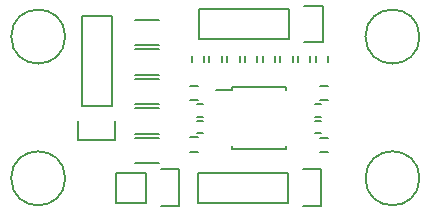
<source format=gto>
G04 #@! TF.FileFunction,Legend,Top*
%FSLAX46Y46*%
G04 Gerber Fmt 4.6, Leading zero omitted, Abs format (unit mm)*
G04 Created by KiCad (PCBNEW 4.1.0-alpha+201607140318+6977~46~ubuntu16.04.1-product) date Thu Jul 14 14:59:25 2016*
%MOMM*%
%LPD*%
G01*
G04 APERTURE LIST*
%ADD10C,0.100000*%
%ADD11C,0.150000*%
G04 APERTURE END LIST*
D10*
D11*
X211130000Y-36070000D02*
X208590000Y-36070000D01*
X213950000Y-36350000D02*
X212400000Y-36350000D01*
X211130000Y-36070000D02*
X211130000Y-33530000D01*
X212400000Y-33250000D02*
X213950000Y-33250000D01*
X213950000Y-33250000D02*
X213950000Y-36350000D01*
X211130000Y-33530000D02*
X208590000Y-33530000D01*
X208590000Y-33530000D02*
X208590000Y-36070000D01*
X215550000Y-27350000D02*
X214850000Y-27350000D01*
X214850000Y-26150000D02*
X215550000Y-26150000D01*
X215560000Y-31740000D02*
X214860000Y-31740000D01*
X214860000Y-30540000D02*
X215560000Y-30540000D01*
X225850000Y-30550000D02*
X226550000Y-30550000D01*
X226550000Y-31750000D02*
X225850000Y-31750000D01*
X225850000Y-26150000D02*
X226550000Y-26150000D01*
X226550000Y-27350000D02*
X225850000Y-27350000D01*
X212200000Y-30625000D02*
X210200000Y-30625000D01*
X210200000Y-32675000D02*
X212200000Y-32675000D01*
X208228309Y-27914979D02*
X208228309Y-20294979D01*
X205688309Y-27914979D02*
X205688309Y-20294979D01*
X205408309Y-30734979D02*
X205408309Y-29184979D01*
X208228309Y-20294979D02*
X205688309Y-20294979D01*
X205688309Y-27914979D02*
X208228309Y-27914979D01*
X208508309Y-29184979D02*
X208508309Y-30734979D01*
X208508309Y-30734979D02*
X205408309Y-30734979D01*
X223255326Y-19661954D02*
X215635326Y-19661954D01*
X223255326Y-22201954D02*
X215635326Y-22201954D01*
X226075326Y-22481954D02*
X224525326Y-22481954D01*
X215635326Y-19661954D02*
X215635326Y-22201954D01*
X223255326Y-22201954D02*
X223255326Y-19661954D01*
X224525326Y-19381954D02*
X226075326Y-19381954D01*
X226075326Y-19381954D02*
X226075326Y-22481954D01*
X223160000Y-33530000D02*
X215540000Y-33530000D01*
X223160000Y-36070000D02*
X215540000Y-36070000D01*
X225980000Y-36350000D02*
X224430000Y-36350000D01*
X215540000Y-33530000D02*
X215540000Y-36070000D01*
X223160000Y-36070000D02*
X223160000Y-33530000D01*
X224430000Y-33250000D02*
X225980000Y-33250000D01*
X225980000Y-33250000D02*
X225980000Y-36350000D01*
X210208309Y-20569979D02*
X212208309Y-20569979D01*
X212208309Y-22719979D02*
X210208309Y-22719979D01*
X210208309Y-23069979D02*
X212208309Y-23069979D01*
X212208309Y-25219979D02*
X210208309Y-25219979D01*
X216500326Y-23631954D02*
X216500326Y-24131954D01*
X217550326Y-24131954D02*
X217550326Y-23631954D01*
X219500326Y-23631954D02*
X219500326Y-24131954D01*
X220550326Y-24131954D02*
X220550326Y-23631954D01*
X215000326Y-23631954D02*
X215000326Y-24131954D01*
X216050326Y-24131954D02*
X216050326Y-23631954D01*
X218000326Y-23631954D02*
X218000326Y-24131954D01*
X219050326Y-24131954D02*
X219050326Y-23631954D01*
X215450000Y-28775000D02*
X215950000Y-28775000D01*
X215950000Y-27725000D02*
X215450000Y-27725000D01*
X215450000Y-30165000D02*
X215950000Y-30165000D01*
X215950000Y-29115000D02*
X215450000Y-29115000D01*
X210208309Y-25569979D02*
X212208309Y-25569979D01*
X212208309Y-27719979D02*
X210208309Y-27719979D01*
X210208309Y-28069979D02*
X212208309Y-28069979D01*
X212208309Y-30219979D02*
X210208309Y-30219979D01*
X222500326Y-23631954D02*
X222500326Y-24131954D01*
X223550326Y-24131954D02*
X223550326Y-23631954D01*
X225500326Y-23631954D02*
X225500326Y-24131954D01*
X226550326Y-24131954D02*
X226550326Y-23631954D01*
X221000326Y-23631954D02*
X221000326Y-24131954D01*
X222050326Y-24131954D02*
X222050326Y-23631954D01*
X224000326Y-23631954D02*
X224000326Y-24131954D01*
X225050326Y-24131954D02*
X225050326Y-23631954D01*
X225950000Y-29125000D02*
X225450000Y-29125000D01*
X225450000Y-30175000D02*
X225950000Y-30175000D01*
X225950000Y-27725000D02*
X225450000Y-27725000D01*
X225450000Y-28775000D02*
X225950000Y-28775000D01*
X218375000Y-26275000D02*
X218375000Y-26500000D01*
X223025000Y-26275000D02*
X223025000Y-26500000D01*
X223025000Y-31525000D02*
X223025000Y-31300000D01*
X218375000Y-31525000D02*
X218375000Y-31300000D01*
X218375000Y-26275000D02*
X223025000Y-26275000D01*
X218375000Y-31525000D02*
X223025000Y-31525000D01*
X218375000Y-26500000D02*
X217025000Y-26500000D01*
X204286000Y-34000000D02*
G75*
G03X204286000Y-34000000I-2286000J0D01*
G01*
X234286000Y-34000000D02*
G75*
G03X234286000Y-34000000I-2286000J0D01*
G01*
X234286000Y-22000000D02*
G75*
G03X234286000Y-22000000I-2286000J0D01*
G01*
X204286000Y-22000000D02*
G75*
G03X204286000Y-22000000I-2286000J0D01*
G01*
M02*

</source>
